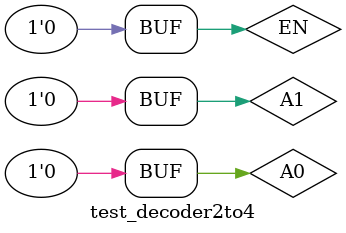
<source format=v>
module test_decoder2to4;
    reg A0;
    reg A1;
    reg EN;
    wire Y0;
    wire Y1;
    wire Y2;
    wire Y3;

    decoder2to4 uut (
        .A0(A0),
        .A1(A1),
        .EN(EN),
        .Y0(Y0),
        .Y1(Y1),
        .Y2(Y2),
        .Y3(Y3)
    );

    initial begin
        $monitor("A1=%b, A0=%b, EN=%b, Y3=%b, Y2=%b, Y1=%b, Y0=%b", A1, A0, EN, Y3, Y2, Y1, Y0);

        // Test all possible input combinations
        EN = 1;
        A1 = 0; A0 = 0; #10;
        A1 = 0; A0 = 1; #10;
        A1 = 1; A0 = 0; #10;
        A1 = 1; A0 = 1; #10;

        // Disable enable signal
        EN = 0; A1 = 0; A0 = 0; #10;
    end
endmodule
</source>
